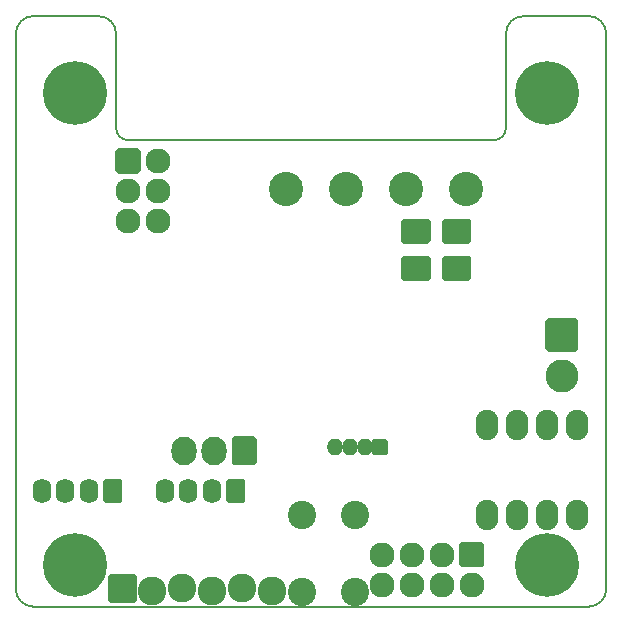
<source format=gbs>
%TF.GenerationSoftware,KiCad,Pcbnew,5.1.10-88a1d61d58~88~ubuntu20.04.1*%
%TF.CreationDate,2021-05-14T13:46:21+02:00*%
%TF.ProjectId,mfx-link2,6d66782d-6c69-46e6-9b32-2e6b69636164,rev?*%
%TF.SameCoordinates,Original*%
%TF.FileFunction,Soldermask,Bot*%
%TF.FilePolarity,Negative*%
%FSLAX46Y46*%
G04 Gerber Fmt 4.6, Leading zero omitted, Abs format (unit mm)*
G04 Created by KiCad (PCBNEW 5.1.10-88a1d61d58~88~ubuntu20.04.1) date 2021-05-14 13:46:21*
%MOMM*%
%LPD*%
G01*
G04 APERTURE LIST*
%TA.AperFunction,Profile*%
%ADD10C,0.150000*%
%TD*%
%ADD11O,1.400000X1.400000*%
%ADD12O,1.901140X2.599640*%
%ADD13C,5.400000*%
%ADD14O,1.598880X2.099260*%
%ADD15O,2.127200X2.127200*%
%ADD16O,2.127200X2.432000*%
%ADD17C,2.432000*%
%ADD18C,2.800000*%
%ADD19C,2.900000*%
%ADD20C,2.398980*%
G04 APERTURE END LIST*
D10*
X161950000Y-95350000D02*
X161950000Y-103350000D01*
X168950000Y-93850000D02*
X163450000Y-93850000D01*
X127450000Y-93850000D02*
X121950000Y-93850000D01*
X128950000Y-103350000D02*
X128950000Y-95350000D01*
X160950000Y-104350000D02*
X129950000Y-104350000D01*
X160950000Y-104350000D02*
G75*
G03*
X161950000Y-103350000I0J1000000D01*
G01*
X128950000Y-103350000D02*
G75*
G03*
X129950000Y-104350000I1000000J0D01*
G01*
X128950000Y-95350000D02*
G75*
G03*
X127450000Y-93850000I-1500000J0D01*
G01*
X163450000Y-93850000D02*
G75*
G03*
X161950000Y-95350000I0J-1500000D01*
G01*
X120450000Y-95350000D02*
X120450000Y-142350000D01*
X170450000Y-142350000D02*
X170450000Y-95350000D01*
X120450000Y-142350000D02*
G75*
G03*
X121950000Y-143850000I1500000J0D01*
G01*
X168950000Y-143850000D02*
G75*
G03*
X170450000Y-142350000I0J1500000D01*
G01*
X121950000Y-93850000D02*
G75*
G03*
X120450000Y-95350000I0J-1500000D01*
G01*
X170450000Y-95350000D02*
G75*
G03*
X168950000Y-93850000I-1500000J0D01*
G01*
X168950000Y-143850000D02*
X121950000Y-143850000D01*
D11*
%TO.C,J1*%
X147472400Y-130352800D03*
X148742400Y-130352800D03*
X150012400Y-130352800D03*
G36*
G01*
X151782400Y-131052800D02*
X150782400Y-131052800D01*
G75*
G02*
X150582400Y-130852800I0J200000D01*
G01*
X150582400Y-129852800D01*
G75*
G02*
X150782400Y-129652800I200000J0D01*
G01*
X151782400Y-129652800D01*
G75*
G02*
X151982400Y-129852800I0J-200000D01*
G01*
X151982400Y-130852800D01*
G75*
G02*
X151782400Y-131052800I-200000J0D01*
G01*
G37*
%TD*%
D12*
%TO.C,U1*%
X167995600Y-128473200D03*
X165455600Y-128473200D03*
X162915600Y-128473200D03*
X160375600Y-128473200D03*
X160375600Y-136093200D03*
X162915600Y-136093200D03*
X165455600Y-136093200D03*
X167995600Y-136093200D03*
%TD*%
%TO.C,D11*%
G36*
G01*
X153077570Y-112914430D02*
X153077570Y-111215170D01*
G75*
G02*
X153277570Y-111015170I200000J0D01*
G01*
X155378150Y-111015170D01*
G75*
G02*
X155578150Y-111215170I0J-200000D01*
G01*
X155578150Y-112914430D01*
G75*
G02*
X155378150Y-113114430I-200000J0D01*
G01*
X153277570Y-113114430D01*
G75*
G02*
X153077570Y-112914430I0J200000D01*
G01*
G37*
G36*
G01*
X156537050Y-112914430D02*
X156537050Y-111215170D01*
G75*
G02*
X156737050Y-111015170I200000J0D01*
G01*
X158837630Y-111015170D01*
G75*
G02*
X159037630Y-111215170I0J-200000D01*
G01*
X159037630Y-112914430D01*
G75*
G02*
X158837630Y-113114430I-200000J0D01*
G01*
X156737050Y-113114430D01*
G75*
G02*
X156537050Y-112914430I0J200000D01*
G01*
G37*
%TD*%
%TO.C,D12*%
G36*
G01*
X159037630Y-114364770D02*
X159037630Y-116064030D01*
G75*
G02*
X158837630Y-116264030I-200000J0D01*
G01*
X156737050Y-116264030D01*
G75*
G02*
X156537050Y-116064030I0J200000D01*
G01*
X156537050Y-114364770D01*
G75*
G02*
X156737050Y-114164770I200000J0D01*
G01*
X158837630Y-114164770D01*
G75*
G02*
X159037630Y-114364770I0J-200000D01*
G01*
G37*
G36*
G01*
X155578150Y-114364770D02*
X155578150Y-116064030D01*
G75*
G02*
X155378150Y-116264030I-200000J0D01*
G01*
X153277570Y-116264030D01*
G75*
G02*
X153077570Y-116064030I0J200000D01*
G01*
X153077570Y-114364770D01*
G75*
G02*
X153277570Y-114164770I200000J0D01*
G01*
X155378150Y-114164770D01*
G75*
G02*
X155578150Y-114364770I0J-200000D01*
G01*
G37*
%TD*%
D13*
%TO.C,REF\u002A\u002A*%
X165450000Y-140350000D03*
%TD*%
%TO.C,REF\u002A\u002A*%
X125450000Y-140350000D03*
%TD*%
%TO.C,REF\u002A\u002A*%
X125450000Y-100350000D03*
%TD*%
%TO.C,P4*%
G36*
G01*
X139869520Y-133211570D02*
X139869520Y-134910830D01*
G75*
G02*
X139669520Y-135110830I-200000J0D01*
G01*
X138470640Y-135110830D01*
G75*
G02*
X138270640Y-134910830I0J200000D01*
G01*
X138270640Y-133211570D01*
G75*
G02*
X138470640Y-133011570I200000J0D01*
G01*
X139669520Y-133011570D01*
G75*
G02*
X139869520Y-133211570I0J-200000D01*
G01*
G37*
D14*
X135067040Y-134061200D03*
X137068560Y-134061200D03*
X133068060Y-134061200D03*
%TD*%
%TO.C,P5*%
G36*
G01*
X129468220Y-133211570D02*
X129468220Y-134910830D01*
G75*
G02*
X129268220Y-135110830I-200000J0D01*
G01*
X128069340Y-135110830D01*
G75*
G02*
X127869340Y-134910830I0J200000D01*
G01*
X127869340Y-133211570D01*
G75*
G02*
X128069340Y-133011570I200000J0D01*
G01*
X129268220Y-133011570D01*
G75*
G02*
X129468220Y-133211570I0J-200000D01*
G01*
G37*
X124665740Y-134061200D03*
X126667260Y-134061200D03*
X122666760Y-134061200D03*
%TD*%
%TO.C,P6*%
G36*
G01*
X128890400Y-106984600D02*
X128890400Y-105257400D01*
G75*
G02*
X129090400Y-105057400I200000J0D01*
G01*
X130817600Y-105057400D01*
G75*
G02*
X131017600Y-105257400I0J-200000D01*
G01*
X131017600Y-106984600D01*
G75*
G02*
X130817600Y-107184600I-200000J0D01*
G01*
X129090400Y-107184600D01*
G75*
G02*
X128890400Y-106984600I0J200000D01*
G01*
G37*
D15*
X132494000Y-106121000D03*
X129954000Y-108661000D03*
X132494000Y-108661000D03*
X129954000Y-111201000D03*
X132494000Y-111201000D03*
%TD*%
%TO.C,P7*%
G36*
G01*
X138936400Y-129441600D02*
X140663600Y-129441600D01*
G75*
G02*
X140863600Y-129641600I0J-200000D01*
G01*
X140863600Y-131673600D01*
G75*
G02*
X140663600Y-131873600I-200000J0D01*
G01*
X138936400Y-131873600D01*
G75*
G02*
X138736400Y-131673600I0J200000D01*
G01*
X138736400Y-129641600D01*
G75*
G02*
X138936400Y-129441600I200000J0D01*
G01*
G37*
D16*
X137260000Y-130657600D03*
X134720000Y-130657600D03*
%TD*%
%TO.C,JP1*%
G36*
G01*
X128273200Y-143306800D02*
X128273200Y-141274800D01*
G75*
G02*
X128473200Y-141074800I200000J0D01*
G01*
X130505200Y-141074800D01*
G75*
G02*
X130705200Y-141274800I0J-200000D01*
G01*
X130705200Y-143306800D01*
G75*
G02*
X130505200Y-143506800I-200000J0D01*
G01*
X128473200Y-143506800D01*
G75*
G02*
X128273200Y-143306800I0J200000D01*
G01*
G37*
D17*
X132029200Y-142494000D03*
X134569200Y-142290800D03*
X137109200Y-142494000D03*
X139649200Y-142290800D03*
X142189200Y-142494000D03*
%TD*%
%TO.C,P8*%
G36*
G01*
X160113600Y-138586400D02*
X160113600Y-140313600D01*
G75*
G02*
X159913600Y-140513600I-200000J0D01*
G01*
X158186400Y-140513600D01*
G75*
G02*
X157986400Y-140313600I0J200000D01*
G01*
X157986400Y-138586400D01*
G75*
G02*
X158186400Y-138386400I200000J0D01*
G01*
X159913600Y-138386400D01*
G75*
G02*
X160113600Y-138586400I0J-200000D01*
G01*
G37*
D15*
X159050000Y-141990000D03*
X156510000Y-139450000D03*
X156510000Y-141990000D03*
X153970000Y-139450000D03*
X153970000Y-141990000D03*
X151430000Y-139450000D03*
X151430000Y-141990000D03*
%TD*%
D13*
%TO.C,REF\u002A\u002A*%
X165450000Y-100350000D03*
%TD*%
D18*
%TO.C,P2*%
X166700000Y-124350000D03*
G36*
G01*
X167900000Y-122250000D02*
X165500000Y-122250000D01*
G75*
G02*
X165300000Y-122050000I0J200000D01*
G01*
X165300000Y-119650000D01*
G75*
G02*
X165500000Y-119450000I200000J0D01*
G01*
X167900000Y-119450000D01*
G75*
G02*
X168100000Y-119650000I0J-200000D01*
G01*
X168100000Y-122050000D01*
G75*
G02*
X167900000Y-122250000I-200000J0D01*
G01*
G37*
%TD*%
D19*
%TO.C,P1*%
X143330000Y-108450000D03*
X148410000Y-108450000D03*
X158570000Y-108450000D03*
X153490000Y-108450000D03*
%TD*%
D20*
%TO.C,SW1*%
X149214840Y-142595600D03*
X144713960Y-136093200D03*
X144713960Y-142595600D03*
X149214840Y-136093200D03*
%TD*%
M02*

</source>
